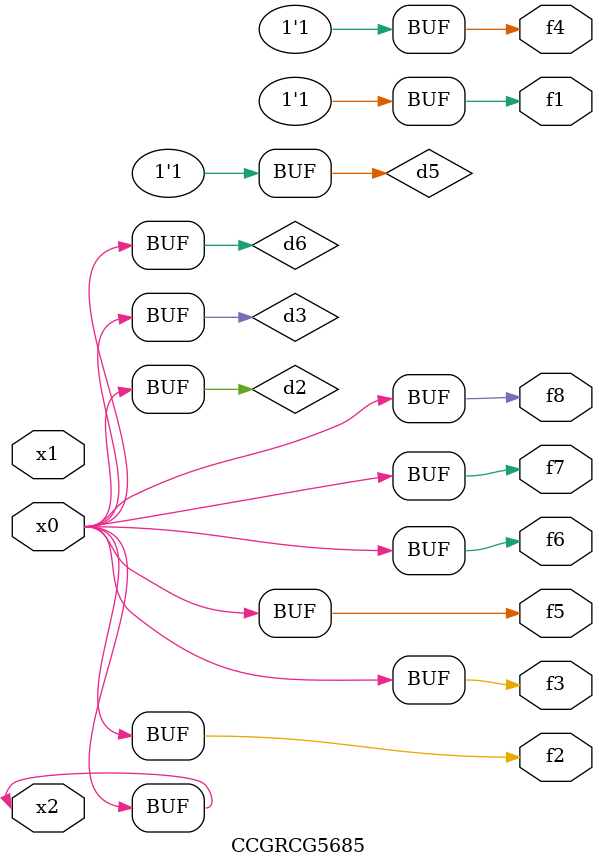
<source format=v>
module CCGRCG5685(
	input x0, x1, x2,
	output f1, f2, f3, f4, f5, f6, f7, f8
);

	wire d1, d2, d3, d4, d5, d6;

	xnor (d1, x2);
	buf (d2, x0, x2);
	and (d3, x0);
	xnor (d4, x1, x2);
	nand (d5, d1, d3);
	buf (d6, d2, d3);
	assign f1 = d5;
	assign f2 = d6;
	assign f3 = d6;
	assign f4 = d5;
	assign f5 = d6;
	assign f6 = d6;
	assign f7 = d6;
	assign f8 = d6;
endmodule

</source>
